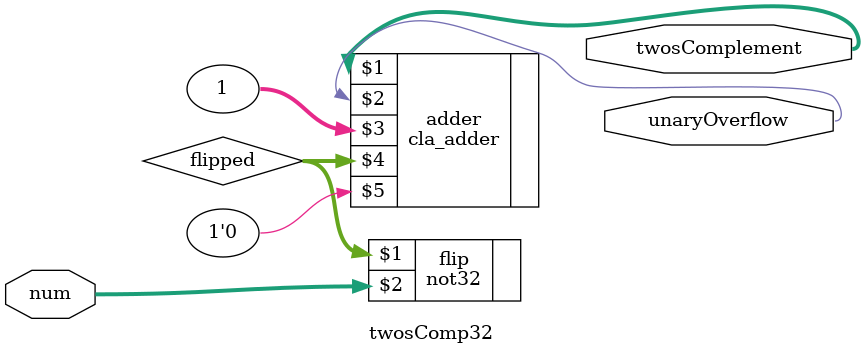
<source format=v>
module twosComp32(
    output[31:0] twosComplement,
    output unaryOverflow,
    input[31:0] num
);
    wire[31:0] flipped;
    not32 flip(flipped, num);
    cla_adder adder(twosComplement, unaryOverflow, 32'b1, flipped, 1'b0);

endmodule
</source>
